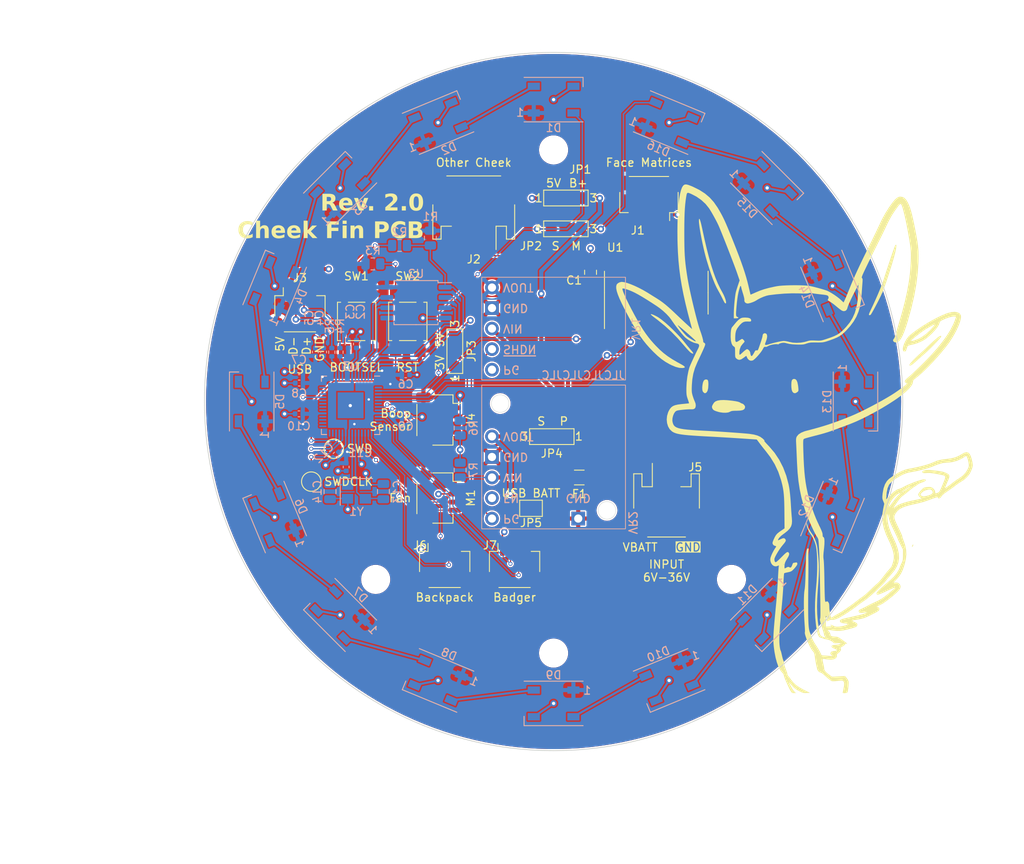
<source format=kicad_pcb>
(kicad_pcb (version 20221018) (generator pcbnew)
  (layers (0 "F.Cu" signal) (1 "In1.Cu" signal) (2 "In2.Cu" signal) (31 "B.Cu" signal) (34 "B.Paste" user) (35 "F.Paste" user) (36 "B.SilkS" user "B.Silkscreen") (37 "F.SilkS" user "F.Silkscreen") (38 "B.Mask" user) (39 "F.Mask" user) (44 "Edge.Cuts" user))
  (net 0 "")
  (net 1 "GND")
  (net 2 "Face SCK")
  (net 3 "Face CS")
  (net 4 "Face TX")
  (net 5 "Net-(D1-DOUT)")
  (net 6 "Ring DIN")
  (net 7 "Net-(D3-DOUT)")
  (net 8 "Net-(D5-DOUT)")
  (net 9 "Net-(D7-DOUT)")
  (net 10 "Net-(D10-DIN)")
  (net 11 "Net-(D10-DOUT)")
  (net 12 "Net-(D11-DOUT)")
  (net 13 "Net-(D13-DOUT)")
  (net 14 "Net-(D15-DOUT)")
  (net 15 "Ring DOUT")
  (net 16 "Fan Tach")
  (net 17 "Fan PWM")
  (net 18 "SDA1")
  (net 19 "SCL1")
  (net 20 "UART0 RX")
  (net 21 "UART0 TX")
  (net 22 "UART1 TX")
  (net 23 "UART1 RX")
  (net 24 "/BoopVCC")
  (net 25 "/Fin_IO")
  (net 26 "Face TX_3.3")
  (net 27 "Face SCK_3.3")
  (net 28 "Face CS_3.3")
  (net 29 "5V_PG")
  (net 30 "+5V")
  (net 31 "+3.3V")
  (net 32 "+1V1")
  (net 33 "RUN")
  (net 34 "/Microcontroller/SIO3")
  (net 35 "/Microcontroller/SIO_CLK")
  (net 36 "/Microcontroller/SIO0")
  (net 37 "/Microcontroller/SIO2")
  (net 38 "/Microcontroller/SIO1")
  (net 39 "/Microcontroller/SIO_~{CS}")
  (net 40 "XIN")
  (net 41 "XOUT")
  (net 42 "/VBATT")
  (net 43 "Net-(R2-Pad2)")
  (net 44 "+BATT")
  (net 45 "VSENSE")
  (net 46 "D-")
  (net 47 "D+")
  (net 48 "/Microcontroller/SWCLK")
  (net 49 "/Microcontroller/SWD")
  (net 50 "/3V3_IN")
  (net 51 "Net-(D2-DOUT)")
  (net 52 "Net-(D4-DOUT)")
  (net 53 "Net-(D6-DOUT)")
  (net 54 "Net-(D8-DOUT)")
  (net 55 "Net-(D12-DOUT)")
  (net 56 "Net-(D14-DOUT)")
  (net 57 "Net-(J2-Pin_1)")
  (net 58 "Net-(U3-USB_DP)")
  (net 59 "Net-(U3-USB_DM)")
  (footprint "MountingHole:MountingHole_3.2mm_M3" (layer "F.Cu") (at 127.858373 121.823627)
    (fp_text reference "H2" hide)
    (fp_text value "MountingHole")
  )
  (footprint "MountingHole:MountingHole_3.2mm_M3" (layer "F.Cu") (at 171.861627 121.823627)
    (fp_text reference "H3" hide)
    (fp_text value "MountingHole")
  )
  (footprint "Jumper:SolderJumper-3_P2.0mm_Open_TrianglePad1.0x1.5mm_NumberLabels" (layer "F.Cu") (at 149.638 104.14 180)
    (fp_text reference "JP4")
    (fp_text value "SolderJumper_3_Open")
  )
  (footprint "Connector_JST:JST_PH_S2B-PH-SM4-TB_1x02-1MP_P2.00mm_Horizontal" (layer "F.Cu") (at 163.83 112.07)
    (fp_text reference "J5")
    (fp_text value "S2B-PH-SM4-TB")
  )
  (footprint "MountingHole:MountingHole_3.2mm_M3" (layer "F.Cu") (at 149.86 130.937)
    (fp_text reference "H4" hide)
    (fp_text value "MountingHole")
  )
  (footprint "Button_Switch_SMD:SW_SPST_TL3305A" (layer "F.Cu") (at 131.826 89.916 90)
    (fp_text reference "SW2")
    (fp_text value "TL3305AF160QG")
  )
  (footprint "LOGO" (layer "F.Cu") (at 176.276 104.14)
    (fp_text reference "G***" hide)
    (fp_text value "LOGO" hide)
  )
  (footprint "Package_SO:SO-20_5.3x12.6mm_P1.27mm" (layer "F.Cu") (at 162.56 86.36 90)
    (fp_text reference "U1")
    (fp_text value "SN74LS541NSR")
  )
  (footprint "MountingHole:MountingHole_3.2mm_M3" (layer "F.Cu") (at 149.86 68.707)
    (fp_text reference "H1" hide)
    (fp_text value "MountingHole")
  )
  (footprint "Jumper:SolderJumper-3_P2.0mm_Open_TrianglePad1.0x1.5mm_NumberLabels" (layer "F.Cu") (at 151.384 78.486)
    (fp_text reference "JP2")
    (fp_text value "SolderJumper_3_Open")
  )
  (footprint "TestPoint:TestPoint_Pad_D2.0mm" (layer "F.Cu") (at 119.888 109.728 90)
    (fp_text reference "TP2" hide)
    (fp_text value "TestPoint")
  )
  (footprint "Jumper:SolderJumper-3_P2.0mm_Open_TrianglePad1.0x1.5mm_NumberLabels" (layer "F.Cu") (at 151.384 74.676)
    (fp_text reference "JP1")
    (fp_text value "SolderJumper_3_Open")
  )
  (footprint "Connector_JST:JST_PH_S3B-PH-SM4-TB_1x03-1MP_P2.00mm_Horizontal" (layer "F.Cu") (at 139.986 76.433 180)
    (fp_text reference "J2")
    (fp_text value "Other Fin")
  )
  (footprint "TestPoint:TestPoint_Pad_D2.0mm" (layer "F.Cu") (at 122.682 105.664 90)
    (fp_text reference "TP1" hide)
    (fp_text value "TestPoint")
  )
  (footprint "ProtoPico_Footprints:JST_SH_SM04B-SRSS-TB_1x04-1MP_P1.00mm_Horizontal" (layer "F.Cu") (at 145.034 120.142)
    (fp_text reference "J7")
    (fp_text value "Badger")
  )
  (footprint "ProtoPico_Footprints:JST_SH_SM05B-SRSS-TB_1x05-1MP_P1.00mm_Horizontal" (layer "F.Cu") (at 161.655 74.676 180)
    (fp_text reference "J1")
    (fp_text value "Face Matrices")
  )
  (footprint "Jumper:SolderJumper-3_P2.0mm_Open_TrianglePad1.0x1.5mm_NumberLabels" (layer "F.Cu") (at 137.668 93.599 90)
    (fp_text reference "JP3")
    (fp_text value "SolderJumper_3_Open")
  )
  (footprint "ProtoPico_Footprints:JST_SH_SM04B-SRSS-TB_1x04-1MP_P1.00mm_Horizontal" (layer "F.Cu") (at 118.491 88.519)
    (fp_text reference "J3")
    (fp_text value "SM04B-SRSS-TB")
  )
  (footprint "ProtoPico_Footprints:JST_SH_SM04B-SRSS-TB_1x04-1MP_P1.00mm_Horizontal" (layer "F.Cu") (at 136.392 120.142)
    (fp_text reference "J6")
    (fp_text value "Backpack")
  )
  (footprint "Capacitor_SMD:C_0805_2012Metric_Pad1.18x1.45mm_HandSolder" (layer "F.Cu") (at 154.432 83.8415 -90)
    (fp_text reference "C1")
    (fp_text value "100n")
  )
  (footprint "Fuse:Fuse_1206_3216Metric" (layer "F.Cu") (at 153.038 109.22 180)
    (fp_text reference "F1")
    (fp_text value "1A")
  )
  (footprint "Button_Switch_SMD:SW_SPST_TL3305A" (layer "F.Cu") (at 125.5 89.916 90)
    (fp_text reference "SW1")
    (fp_text value "TL3305AF160QG")
  )
  (footprint "ProtoPico_Footprints:JST_SH_SM04B-SRSS-TB_1x04-1MP_P1.00mm_Horizontal" (layer "F.Cu") (at 135.636 111.76 -90)
    (fp_text reference "M1")
    (fp_text value "Fan")
  )
  (footprint "ProtoPico_Footprints:JST_SH_SM04B-SRSS-TB_1x04-1MP_P1.00mm_Horizontal" (layer "F.Cu") (at 135.636 102.108 -90)
    (fp_text reference "J4")
    (fp_text value "BoopSensor")
  )
  (footprint "Jumper:SolderJumper-2_P1.3mm_Open_TrianglePad1.0x1.5mm" (layer "F.Cu") (at 147.066 113.03 180)
    (fp_text reference "JP5")
    (fp_text value "5V Jumper")
  )
  (footprint "LED_SMD:LED_WS2812B_PLCC4_5.0x5.0mm_P3.2mm" (layer "B.Cu") (at 164.148634 65.326186 -22.5)
    (fp_text reference "D16")
    (fp_text value "SKC6812RGBW-NW-B")
  )
  (footprint "LED_SMD:LED_WS2812B_PLCC4_5.0x5.0mm_P3.2mm" (layer "B.Cu") (at 184.355814 85.533366 -67.5)
    (fp_text reference "D14")
    (fp_text value "SKC6812RGBW-NW-B")
  )
  (footprint "LED_SMD:LED_WS2812B_PLCC4_5.0x5.0mm_P3.2mm" (layer "B.Cu") (at 123.458047 73.420047 45)
    (fp_text reference "D3")
    (fp_text value "SKC6812RGBW-NW-B")
  )
  (footprint "LED_SMD:LED_WS2812B_PLCC4_5.0x5.0mm_P3.2mm" (layer "B.Cu") (at 135.571366 65.326186 22.5)
    (fp_text reference "D2")
    (fp_text value "SKC6812RGBW-NW-B")
  )
  (footprint "LED_SMD:LED_WS2812B_PLCC4_5.0x5.0mm_P3.2mm" (layer "B.Cu") (at 176.261953 126.223953 -135)
    (fp_text reference "D11")
    (fp_text value "SKC6812RGBW-NW-B")
  )
  (footprint "Resistor_SMD:R_0805_2012Metric" (layer "B.Cu") (at 138.303 108.3075 90)
    (fp_text reference "R7")
    (fp_text value "56k")
  )
  (footprint "ProtoPico_Footprints:D24V22FX" (layer "B.Cu") (at 140.97 115.57 90)
    (fp_text reference "VR2")
    (fp_text value "Pololu D24V22F5")
    (fp_circle (center 2.286 15.494) (end 3.3782 15.494) (stroke (width 0.05)) (fill none) (layer "Edge.Cuts"))
    (fp_circle (center 15.494 2.286) (end 16.5862 2.286) (stroke (width 0.05)) (fill none) (layer "Edge.Cuts"))
  )
  (footprint "LED_SMD:LED_WS2812B_PLCC4_5.0x5.0mm_P3.2mm" (layer "B.Cu") (at 112.522 99.822 90)
    (fp_text reference "D5")
    (fp_text value "SKC6812RGBW-NW-B")
  )
  (footprint "Capacitor_SMD:C_0805_2012Metric" (layer "B.Cu") (at 122.212 110.96 90)
    (fp_text reference "C14")
    (fp_text value "15pF")
  )
  (footprint "Crystal:Crystal_SMD_3225-4Pin_3.2x2.5mm" (layer "B.Cu") (at 125.476 110.998)
    (fp_text reference "Y1")
    (fp_text value "12MHz 3225 SMD")
  )
  (footprint "ProtoPico_Footprints:D24V10Fx" (layer "B.Cu") (at 140.97 97.155 90)
    (fp_text reference "VR1")
    (fp_text value "Pololu D24V10F3")
  )
  (footprint "LED_SMD:LED_WS2812B_PLCC4_5.0x5.0mm_P3.2mm" (layer "B.Cu") (at 149.86 62.484)
    (fp_text reference "D1")
    (fp_text value "SKC6812RGBW-NW-B")
  )
  (footprint "Package_DFN_QFN:QFN-56-1EP_7x7mm_P0.4mm_EP3.2x3.2mm" (layer "B.Cu") (at 124.752 100.292 180)
    (fp_text reference "U3")
    (fp_text value "RP2040")
  )
  (footprint "LED_SMD:LED_WS2812B_PLCC4_5.0x5.0mm_P3.2mm" (layer "B.Cu") (at 187.198 99.822 -90)
    (fp_text reference "D13")
    (fp_text value "SKC6812RGBW-NW-B")
  )
  (footprint "Capacitor_SMD:C_0402_1005Metric" (layer "B.Cu") (at 124.46 92.71 90)
    (fp_text reference "C3")
    (fp_text value "1uF")
  )
  (footprint "Capacitor_SMD:C_0402_1005Metric" (layer "B.Cu") (at 121.412 93.698 90)
    (fp_text reference "C4")
    (fp_text value "100n")
  )
  (footprint "Capacitor_SMD:C_0402_1005Metric" (layer "B.Cu") (at 124.206 107.922 -90)
    (fp_text reference "C11")
    (fp_text value "100n")
  )
  (footprint "LED_SMD:LED_WS2812B_PLCC4_5.0x5.0mm_P3.2mm" (layer "B.Cu") (at 149.86 137.16 180)
    (fp_text reference "D9")
    (fp_text value "SKC6812RGBW-NW-B")
  )
  (footprint "Resistor_SMD:R_0402_1005Metric" (layer "B.Cu") (at 122.428 93.726 -90)
    (fp_text reference "R5")
    (fp_text value "27Ω")
  )
  (footprint "LED_SMD:LED_WS2812B_PLCC4_5.0x5.0mm_P3.2mm" (layer "B.Cu") (at 184.355814 114.110634 -112.5)
    (fp_text reference "D12")
    (fp_text value "SKC6812RGBW-NW-B")
  )
  (footprint "Capacitor_SMD:C_0805_2012Metric" (layer "B.Cu") (at 128.816 110.96 -90)
    (fp_text reference "C13")
    (fp_text value "15pF")
  )
  (footprint "Resistor_SMD:R_0805_2012Metric" (layer "B.Cu") (at 130.81 80.518 180)
    (fp_text reference "R2")
    (fp_text value "1k")
  )
  (footprint "Capacitor_SMD:C_0402_1005Metric" (layer "B.Cu") (at 120.396 93.698 90)
    (fp_text reference "C5")
    (fp_text value "100n")
  )
  (footprint "LED_SMD:LED_WS2812B_PLCC4_5.0x5.0mm_P3.2mm" (layer "B.Cu") (at 164.148634 134.317814 -157.5)
    (fp_text reference "D10")
    (fp_text value "SKC6812RGBW-NW-B")
  )
  (footprint "LED_SMD:LED_WS2812B_PLCC4_5.0x5.0mm_P3.2mm" (layer "B.Cu") (at 115.364186 85.533366 67.5)
    (fp_text reference "D4")
    (fp_text value "SKC6812RGBW-NW-B")
  )
  (footprint "Capacitor_SMD:C_0402_1005Metric" (layer "B.Cu") (at 125.476 92.71 90)
    (fp_text reference "C2")
    (fp_text value "1uF")
  )
  (footprint "Resistor_SMD:R_0805_2012Metric" (layer "B.Cu") (at 127.508 82.804 180)
    (fp_text reference "R3")
    (fp_text value "10k")
  )
  (footprint "LED_SMD:LED_WS2812B_PLCC4_5.0x5.0mm_P3.2mm" (layer "B.Cu") (at 115.364186 114.110634 112.5)
    (fp_text reference "D6")
    (fp_text value "SKC6812RGBW-NW-B")
  )
  (footprint "LED_SMD:LED_WS2812B_PLCC4_5.0x5.0mm_P3.2mm" (layer "B.Cu") (at 135.571366 134.317814 157.5)
    (fp_text reference "D8")
    (fp_text value "SKC6812RGBW-NW-B")
  )
  (footprint "Resistor_SMD:R_0805_2012Metric" (layer "B.Cu") (at 134.62 79.6055 -90)
    (fp_text reference "R1")
    (fp_text value "10k")
  )
  (footprint "Capacitor_SMD:C_0402_1005Metric" (layer "B.Cu") (at 131.572 101.727)
    (fp_text reference "C9")
    (fp_text value "100n")
  )
  (footprint "LED_SMD:LED_WS2812B_PLCC4_5.0x5.0mm_P3.2mm" (layer "B.Cu") (at 176.261953 73.420047 -45)
    (fp_text reference "D15")
    (fp_text value "SKC6812RGBW-NW-B")
  )
  (footprint "Capacitor_SMD:C_0402_1005Metric" (layer "B.Cu") (at 118.392 96.139 180)
    (fp_text reference "C7")
    (fp_text value "100n")
  )
  (footprint "Package_SO:SOIC-8_5.23x5.23mm_P1.27mm" (layer "B.Cu") (at 132.842 87.592 180)
    (fp_text reference "U2")
    (fp_text value "W25Q64JVSSIQ")
  )
  (footprint "Capacitor_SMD:C_0402_1005Metric" (layer "B.Cu") (at 131.572 96.52)
    (fp_text reference "C6")
    (fp_text value "100n")
  )
  (footprint "LED_SMD:LED_WS2812B_PLCC4_5.0x5.0mm_P3.2mm" (layer "B.Cu") (at 123.458047 126.223953 135)
    (fp_text reference "D7")
    (fp_text value "SKC6812RGBW-NW-B")
  )
  (footprint "Resistor_SMD:R_0805_2012Metric" (layer "B.Cu") (at 138.303 103.1005 90)
    (fp_text reference "R6")
    (fp_text value "10k")
  )
  (footprint "Capacitor_SMD:C_0402_1005Metric" (layer "B.Cu") (at 118.392 97.536 180)
    (fp_text reference "C8")
    (fp_text value "100n")
  )
  (footprint "Capacitor_SMD:C_0402_1005Metric" (layer "B.Cu") (at 118.364 101.346 180)
    (fp_text reference "C10")
    (fp_text value "100n")
  )
  (footprint "Capacitor_SMD:C_0402_1005Metric" (layer "B.Cu") (at 122.936 106.426 -135)
    (fp_text reference "C12")
    (fp_text value "100n")
  )
  (footprint "Resistor_SMD:R_0402_1005Metric" (layer "B.Cu") (at 123.444 93.726 -90)
    (fp_text reference "R4")
    (fp_text value "27Ω")
  )
  (gr_circle (center 149.86 99.822) (end 193.04 99.822) (stroke (width 0.1016)) (fill none) (layer "Edge.Cuts"))
  (gr_text "JLCJLCJLCJLC" (at 158.75 97.155) (layer "B.SilkS") (effects (font (size 1 1)) (justify left bottom mirror)))
  (gr_text "S\n" (at 148.336 102.87) (layer "F.SilkS") (effects (font (size 1.016 1.016) (thickness 0.1524)) (justify bottom)))
  (gr_text "Other Cheek" (at 139.986 70.866) (layer "F.SilkS") (effects (font (size 1.016 1.016) (thickness 0.1524)) (justify bottom)))
  (gr_text "5V" (at 149.86 73.406) (layer "F.SilkS") (effects (font (size 1.016 1.016) (thickness 0.1524)) (justify bottom)))
  (gr_text "SWDCLK" (at 121.412 109.728) (layer "F.SilkS") (effects (font (size 1.016 1.016) (thickness 0.1524)) (justify left)))
  (gr_text "5V" (at 136.398 92.202 90) (layer "F.SilkS") (effects (font (size 1 1)) (justify bottom)))
  (gr_text "BOOTSEL" (at 125.476 94.996) (layer "F.SilkS") (effects (font (size 1.016 1.016) (thickness 0.1524)) (justify top)))
  (gr_text "P" (at 151.13 102.87) (layer "F.SilkS") (effects (font (size 1.016 1.016) (thickness 0.1524)) (justify bottom)))
  (gr_text "USB" (at 118.491 95.25) (layer "F.SilkS") (effects (font (size 1.016 1.016) (thickness 0.1524)) (justify top)))
  (gr_text "Face Matrices" (at 161.655 70.866) (layer "F.SilkS") (effects (font (size 1.016 1.016) (thickness 0.1524)) (justify bottom)))
  (gr_text "5V\nD-\nD+\nGND" (at 118.491 91.694 90) (layer "F.SilkS") (effects (font (size 1.016 1.016) (thickness 0.1524)) (justify right)))
  (gr_text "B+" (at 152.908 73.406) (layer "F.SilkS") (effects (font (size 1.016 1.016) (thickness 0.1524)) (justify bottom)))
  (gr_text "Backpack" (at 136.392 123.444) (layer "F.SilkS") (effects (font (size 1.016 1.016) (thickness 0.1524)) (justify top)))
  (gr_text "Rev. 2.0\nCheek Fin PCB" (at 133.858 74.168) (layer "F.SilkS") (effects (font (size 2.032 2.032) (thickness 0.3048) bold) (justify right top)))
  (gr_text "M" (at 152.654 80.01) (layer "F.SilkS") (effects (font (size 1.016 1.016) (thickness 0.1524)) (justify top)))
  (gr_text "GND" (at 164.846 117.856) (layer "F.SilkS" knockout) (effects (font (size 1.016 1.016) (thickness 0.1524)) (justify left)))
  (gr_text "USB BATT" (at 147.066 111.76) (layer "F.SilkS") (effects (font (size 1.016 1.016) (thickness 0.1524)) (justify bottom)))
  (gr_text "RST" (at 131.826 94.996) (layer "F.SilkS") (effects (font (size 1.016 1.016) (thickness 0.1524)) (justify top)))
  (gr_text "3V" (at 136.398 94.996 90) (layer "F.SilkS") (effects (font (size 1.016 1.016) (thickness 0.1524)) (justify bottom)))
  (gr_text "Badger" (at 145.034 123.444) (layer "F.SilkS") (effects (font (size 1.016 1.016) (thickness 0.1524)) (justify top)))
  (gr_text "VBATT" (at 162.814 117.856) (layer "F.SilkS") (effects (font (size 1.016 1.016) (thickness 0.1524)) (justify right)))
  (gr_text "Fan" (at 132.334 111.76) (layer "F.SilkS") (effects (font (size 1.016 1.016) (thickness 0.1524)) (justify right)))
  (gr_text "Boop\nSensor" (at 132.334 102.108) (layer "F.SilkS") (effects (font (size 1.016 1.016) (thickness 0.1524)) (justify right)))
  (gr_text "INPUT\n6V-36V" (at 163.83 119.38) (layer "F.SilkS") (effects (font (size 1 1)) (justify top)))
  (gr_text "SWD" (at 124.206 105.664) (layer "F.SilkS") (effects (font (size 1.016 1.016) (thickness 0.1524)) (justify left)))
  (gr_text "S" (at 150.114 80.01) (layer "F.SilkS") (effects (font (size 1.016 1.016) (thickness 0.1524)) (justify top)))
  (via (at 135.571366 134.317814) (size 0.8128) (drill 0.4064) (layers "F.Cu" "B.Cu") (net 1))
  (via (at 123.458047 126.223953) (size 0.8128) (drill 0.4064) (layers "F.Cu" "B.Cu") (net 1))
  (via (at 116.586 101.346) (size 0.8128) (drill 0.4064) (layers "F.Cu" "B.Cu") (net 1))
  (via (at 184.355814 114.110634) (size 0.8128) (drill 0.4064) (layers "F.Cu" "B.Cu") (net 1))
  (via (at 123.458047 73.420047) (size 0.8128) (drill 0.4064) (layers "F.Cu" "B.Cu") (net 1))
  (via (at 176.261953 126.223953) (size 0.8128) (drill 0.4064) (layers "F.Cu" "B.Cu") (net 1))
  (via (at 187.198 99.822) (size 0.8128) (drill 0.4064) (layers "F.Cu" "B.Cu") (net 1))
  (via (at 126.614 108.712) (size 0.8128) (drill 0.4064) (layers "F.Cu" "B.Cu") (net 1))
  (via (at 115.364186 85.533366) (size 0.8128) (drill 0.4064) (layers "F.Cu" "B.Cu") (net 1))
  (via (at 138.303 99.06) (size 0.8128) (drill 0.4064) (layers "F.Cu" "B.Cu") (net 1))
  (via (at 121.666 107.696) (size 0.8128) (drill 0.4064) (layers "F.Cu" "B.Cu") (net 1))
  (via (at 184.355814 85.533366) (size 0.8128) (drill 0.4064) (layers "F.Cu" "B.Cu") (net 1))
  (via (at 164.148634 65.326186) (size 0.8128) (drill 0.4064) (layers "F.Cu" "B.Cu") (net 1))
  (via (at 120.396 91.948) (size 0.6096) (drill 0.4064) (layers "F.Cu" "B.Cu") (net 1))
  (via (at 124.414 113.162) (size 0.8128) (drill 0.4064) (layers "F.Cu" "B.Cu") (net 1))
  (via (at 135.571366 65.326186) (size 0.8128) (drill 0.4064) (layers "F.Cu" "B.Cu") (net 1))
  (via (at 124.968 91.186) (size 0.6096) (drill 0.4064) (layers "F.Cu" "B.Cu") (net 1))
  (via (at 125.984 91.186) (size 0.6096) (drill 0.4064) (layers "F.Cu" "B.Cu") (net 1))
  (via (at 116.586 97.536) (size 0.8128) (drill 0.4064) (layers "F.Cu" "B.Cu") (net 1))
  (via (at 132.969 96.52) (size 0.5) (drill 0.3) (layers "F.Cu" "B.Cu") (net 1))
  (via (at 133.604 101.727) (size 0.8128) (drill 0.4064) (layers "F.Cu" "B.Cu") (net 1))
  (via (at 112.522 99.822) (size 0.8128) (drill 0.4064) (layers "F.Cu" "B.Cu") (net 1))
  (via (at 176.276 73.406) (size 0.8128) (drill 0.4064) (layers "F.Cu" "B.Cu") (net 1))
  (via (at 116.586 96.139) (size 0.8128) (drill 0.4064) (layers "F.Cu" "B.Cu") (net 1))
  (via (at 126.111 107.569) (size 0.8128) (drill 0.4064) (layers "F.Cu" "B.Cu") (net 1))
  (via (at 124.714 100.33) (size 0.8128) (drill 0.4064) (layers "F.Cu" "B.Cu") (net 1))
  (via (at 149.86 62.484) (size 0.8128) (drill 0.4064) (layers "F.Cu" "B.Cu") (net 1))
  (via (at 123.19 108.402) (size 0.8128) (drill 0.4064) (layers "F.Cu" "B.Cu") (net 1))
  (via (at 133.693 89.497) (size 0.8128) (drill 0.4064) (layers "F.Cu" "B.Cu") (net 1))
  (via (at 115.364186 114.110634) (size 0.8128) (drill 0.4064) (layers "F.Cu" "B.Cu") (net 1))
  (via (at 164.148634 134.317814) (size 0.8128) (drill 0.4064) (layers "F.Cu" "B.Cu") (net 1))
  (via (at 149.86 137.16) (size 0.8128) (drill 0.4064) (layers "F.Cu" "B.Cu") (net 1))
  (via (at 121.412 91.948) (size 0.6096) (drill 0.4064) (layers "F.Cu" "B.Cu") (net 1))
  (segment (start 123.19 108.402) (end 124.206 108.402) (width 0.1778) (layer "B.Cu") (net 1))
  (segment (start 117.63 97.536) (end 116.586 97.536) (width 0.1778) (layer "B.Cu") (net 1))
  (segment (start 164.148634 65.326186) (end 167.043567 64.739359) (width 0.254) (layer "B.Cu") (net 1))
  (segment (start 124.46 91.694) (end 124.46 92.23) (width 0.1778) (layer "B.Cu") (net 1))
  (segment (start 124.968 91.186) (end 124.46 91.694) (width 0.1778) (layer "B.Cu") (net 1))
  (segment (start 187.198 99.822) (end 188.848 102.272) (width 0.254) (layer "B.Cu") (net 1))
  (segment (start 133.693 89.497) (end 136.442 89.497) (width 0.1778) (layer "B.Cu") (net 1))
  (segment (start 135.571366 134.317814) (end 132.676433 134.904641) (width 0.254) (layer "B.Cu") (net 1))
  (segment (start 133.604 101.727) (end 132.052 101.727) (width 0.1778) (layer "B.Cu") (net 1))
  (segment (start 125.752 107.21) (end 125.752 103.7295) (width 0.1778) (layer "B.Cu") (net 1))
  (segment (start 117.658 101.346) (end 116.586 101.346) (width 0.1778) (layer "B.Cu") (net 1))
  (segment (start 125.984 91.186) (end 125.476 91.694) (width 0.1778) (layer "B.Cu") (net 1))
  (segment (start 121.412 93.246) (end 121.412 91.948) (width 0.1778) (layer "B.Cu") (net 1))
  (segment (start 115.364186 114.110634) (end 112.90221 112.478557) (width 0.254) (layer "B.Cu") (net 1))
  (segment (start 115.364186 85.533366) (end 114.777359 82.638433) (width 0.254) (layer "B.Cu") (net 1))
  (segment (start 138.303 102.188) (end 138.303 99.06) (width 0.1778) (layer "B.Cu") (net 1))
  (segment (start 112.522 99.822) (end 110.872 97.372) (width 0.254) (layer "B.Cu") (net 1))
  (segment (start 184.355814 114.110634) (end 184.942641 117.005567) (width 0.254) (layer "B.Cu") (net 1))
  (segment (start 117.912 96.139) (end 116.586 96.139) (width 0.1778) (layer "B.Cu") (net 1))
  (segment (start 164.148634 134.317814) (end 162.516557 136.77979) (width 0.254) (layer "B.Cu") (net 1))
  (segment (start 120.396 93.218) (end 120.396 91.948) (width 0.1778) (layer "B.Cu") (net 1))
  (segment (start 135.571366 65.326186) (end 137.203443 62.86421) (width 0.254) (layer "B.Cu") (net 1))
  (segment (start 125.476 91.694) (end 125.476 92.23) (width 0.1778) (layer "B.Cu") (net 1))
  (segment (start 123.458047 73.420047) (end 124.023732 70.520909) (width 0.254) (layer "B.Cu") (net 1))
  (segment (start 126.614 108.712) (end 126.614 110.11) (width 0.1778) (layer "B.Cu") (net 1))
  (segment (start 124.414 113.162) (end 124.414 111.81) (width 0.1778) (layer "B.Cu") (net 1))
  (segment (start 126.111 107.569) (end 125.752 107.21) (width 0.1778) (layer "B.Cu") (net 1))
  (segment (start 132.969 96.52) (end 132.052 96.52) (width 0.1778) (layer "B.Cu") (net 1))
  (segment (start 122.596589 106.765411) (end 121.666 107.696) (width 0.1778) (layer "B.Cu") (net 1))
  (segment (start 176.261953 73.420047) (end 179.161091 73.985732) (width 0.254) (layer "B.Cu") (net 1))
  (segment (start 149.86 137.16) (end 147.41 138.81) (width 0.254) (layer "B.Cu") (net 1))
  (segment (start 122.312 111.81) (end 124.414 111.81) (width 0.1778) (layer "B.Cu") (net 1))
  (segment (start 128.716 110.11) (end 126.614 110.11) (width 0.1778) (layer "B.Cu") (net 1))
  (segment (start 149.86 62.484) (end 152.31 60.834) (width 0.254) (layer "B.Cu") (net 1))
  (segment (start 176.261953 126.223953) (end 175.696268 129.123091) (width 0.254) (layer "B.Cu") (net 1))
  (segment (start 123.458047 126.223953) (end 120.558909 125.658268) (width 0.254) (layer "B.Cu") (net 1))
  (segment (start 184.355814 85.533366) (end 186.81779 87.165443) (width 0.254) (layer "B.Cu") (net 1))
  (segment (start 159.655 79.486) (end 159.385 79.756) (width 0.1778) (layer "F.Cu") (net 2))
  (segment (start 159.655 76.676) (end 159.655 79.486) (width 0.1778) (layer "F.Cu") (net 2))
  (segment (start 159.385 79.756) (end 159.385 82.8975) (width 0.1778) (layer "F.Cu") (net 2))
  (segment (start 160.655 82.8975) (end 160.655 76.676) (width 0.1778) (layer "F.Cu") (net 3))
  (segment (start 161.655 79.486) (end 161.925 79.756) (width 0.1778) (layer "F.Cu") (net 4))
  (segment (start 161.925 79.756) (end 161.925 82.8975) (width 0.1778) (layer "F.Cu") (net 4))
  (segment (start 161.655 76.676) (end 161.655 79.486) (width 0.1778) (layer "F.Cu") (net 4))
  (segment (start 147.41 60.834) (end 138.466299 65.913013) (width 0.254) (layer "B.Cu") (net 5))
  (segment (start 135.636 96.266) (end 135.636 88.9) (width 0.127) (layer "F.Cu") (net 6))
  (segment (start 135.636 88.9) (end 140.462 84.074) (width 0.127) (layer "F.Cu") (net 6))
  (segment (start 149.384 78.486) (end 147.828 78.486) (width 0.1778) (layer "F.Cu") (net 6))
  (via (at 135.636 96.266) (size 0.5) (drill 0.3) (layers "F.Cu" "B.Cu") (net 6))
  (via (at 147.828 78.486) (size 0.8128) (drill 0.4064) (layers "F.Cu" "B.Cu") (net 6))
  (via (at 140.462 84.074) (size 0.5) (drill 0.3) (layers "F.Cu" "B.Cu") (net 6))
  (segment (start 135.636 96.266) (end 135.636 96.647) (width 0.127) (layer "B.Cu") (net 6))
  (segment (start 152.31 64.134) (end 153.416 65.24) (width 0.1778) (layer "B.Cu") (net 6))
  (segment (start 153.416 65.24) (end 153.416 76.581) (width 0.1778) (layer "B.Cu") (net 6))
  (segment (start 146.1135 78.486) (end 147.828 78.486) (width 0.127) (layer "B.Cu") (net 6))
  (segment (start 151.511 78.486) (end 147.828 78.486) (width 0.1778) (layer "B.Cu") (net 6))
  (segment (start 153.416 76.581) (end 151.511 78.486) (width 0.1778) (layer "B.Cu") (net 6))
  (segment (start 135.636 96.647) (end 133.791 98.492) (width 0.127) (layer "B.Cu") (net 6))
  (segment (start 133.791 98.492) (end 128.1895 98.492) (width 0.127) (layer "B.Cu") (net 6))
  (segment (start 140.462 84.1375) (end 146.1135 78.486) (width 0.127) (layer "B.Cu") (net 6))
  (segment (start 120.558909 73.985732) (end 117.826162 83.901288) (width 0.254) (layer "B.Cu") (net 7))
  (segment (start 110.872 102.272) (end 115.951013 111.215701) (width 0.254) (layer "B.Cu") (net 8))
  (segment (start 124.023732 129.123091) (end 133.939288 131.855838) (width 0.254) (layer "B.Cu") (net 9))
  (segment (start 152.31 138.81) (end 161.253701 133.730987) (width 0.254) (layer "B.Cu") (net 10))
  (segment (start 167.043567 134.904641) (end 173.362815 126.789639) (width 0.254) (layer "B.Cu") (net 11))
  (segment (start 179.161091 125.658268) (end 181.893838 115.742712) (width 0.254) (layer "B.Cu") (net 12))
  (segment (start 188.848 97.372) (end 183.768987 88.428299) (width 0.254) (layer "B.Cu") (net 13))
  (segment (start 175.696268 70.520909) (end 165.780712 67.788162) (width 0.254) (layer "B.Cu") (net 14))
  (segment (start 153.384 78.486) (end 155.702 78.486) (width 0.1778) (layer "F.Cu") (net 15))
  (via (at 155.702 78.486) (size 0.8128) (drill 0.4064) (layers "F.Cu" "B.Cu") (net 15))
  (segment (start 158.496 75.692) (end 158.496 64.262) (width 0.1778) (layer "B.Cu") (net 15))
  (segment (start 159.89379 62.86421) (end 162.516557 62.86421) (width 0.1778) (layer "B.Cu") (net 15))
  (segment (start 158.496 64.262) (end 159.89379 62.86421) (width 0.1778) (layer "B.Cu") (net 15))
  (segment (start 155.702 78.486) (end 158.496 75.692) (width 0.1778) (layer "B.Cu") (net 15))
  (segment (start 132.564 113.26) (end 137.636 113.26) (width 0.127) (layer "F.Cu") (net 16))
  (segment (start 130.81 111.506) (end 132.564 113.26) (width 0.127) (layer "F.Cu") (net 16))
  (via (at 130.81 111.506) (size 0.5) (drill 0.3) (layers "F.Cu" "B.Cu") (net 16))
  (segment (start 130.81 111.506) (end 130.81 109.093) (width 0.127) (layer "B.Cu") (net 16))
  (segment (start 130.81 109.093) (end 126.552 104.835) (width 0.127) (layer "B.Cu") (net 16))
  (segment (start 126.552 104.835) (end 126.552 103.7295) (width 0.127) (layer "B.Cu") (net 16))
  (segment (start 133.088 112.26) (end 127.889 107.061) (width 0.127) (layer "F.Cu") (net 17))
  (segment (start 137.636 112.26) (end 133.088 112.26) (width 0.127) (layer "F.Cu") (net 17))
  (via (at 127.889 107.061) (size 0.5) (drill 0.3) (layers "F.Cu" "B.Cu") (net 17))
  (segment (start 126.152 105.324) (end 127.889 107.061) (width 0.127) (layer "B.Cu") (net 17))
  (segment (start 126.152 103.7295) (end 126.152 105.324) (width 0.127) (layer "B.Cu") (net 17))
  (segment (start 129.286 100.203) (end 130.683 100.203) (width 0.127) (layer "F.Cu") (net 18))
  (segment (start 133.096 102.616) (end 137.628 102.616) (width 0.127) (layer "F.Cu") (net 18))
  (segment (start 130.683 100.203) (end 133.096 102.616) (width 0.127) (layer "F.Cu") (net 18))
  (via (at 129.286 100.203) (size 0.5) (drill 0.3) (layers "F.Cu" "B.Cu") (net 18))
  (segment (start 128.997 100.492) (end 128.1895 100.492) (width 0.127) (layer "B.Cu") (net 18))
  (segment (start 129.286 100.203) (end 128.997 100.492) (width 0.127) (layer "B.Cu") (net 18))
  (segment (start 130.556 100.711) (end 133.453 103.608) (width 0.127) (layer "F.Cu") (net 19))
  (segment (start 129.921 100.711) (end 130.556 100.711) (width 0.127) (layer "F.Cu") (net 19))
  (segment (start 133.453 103.608) (end 137.636 103.608) (width 0.127) (layer "F.Cu") (net 19))
  (via (at 129.921 100.711) (size 0.5) (drill 0.3) (layers "F.Cu" "B.Cu") (net 19))
  (segment (start 129.74 100.892) (end 129.921 100.711) (width 0.127) (layer "B.Cu") (net 19))
  (segment (start 128.1895 100.892) (end 129.74 100.892) (width 0.127) (layer "B.Cu") (net 19))
  (segment (start 136.892 120.001) (end 136.892 118.142) (width 0.127) (layer "F.Cu") (net 20))
  (segment (start 136.906 120.015) (end 136.892 120.001) (width 0.127) (layer "F.Cu") (net 20))
  (via (at 136.906 120.015) (size 0.5) (drill 0.3) (layers "F.Cu" "B.Cu") (net 20))
  (segment (start 126.952 104.473) (end 126.952 103.7295) (width 0.127) (layer "B.Cu") (net 20))
  (segment (start 136.906 120.015) (end 133.858 120.015) (width 0.127) (layer "B.Cu") (net 20))
  (segment (start 133.858 120.015) (end 131.445 117.602) (width 0.127) (layer "B.Cu") (net 20))
  (segment (start 131.445 117.602) (end 131.445 108.966) (width 0.127) (layer "B.Cu") (net 20))
  (segment (start 131.445 108.966) (end 126.952 104.473) (width 0.127) (layer "B.Cu") (net 20))
  (segment (start 135.89 116.459) (end 135.89 118.14) (width 0.127) (layer "F.Cu") (net 21))
  (via (at 135.89 116.459) (size 0.5) (drill 0.3) (layers "F.Cu" "B.Cu") (net 21))
  (segment (start 135.89 116.459) (end 135.89 112.903) (width 0.127) (layer "B.Cu") (net 21))
  (segment (start 127.352 104.365) (end 127.352 103.7295) (width 0.127) (layer "B.Cu") (net 21))
  (segment (start 135.89 112.903) (end 127.352 104.365) (width 0.127) (layer "B.Cu") (net 21))
  (segment (start 144.534 119.88) (end 144.526 119.888) (width 0.127) (layer "F.Cu") (net 22))
  (segment (start 144.534 118.142) (end 144.534 119.88) (width 0.127) (layer "F.Cu") (net 22))
  (via (at 144.526 119.888) (size 0.5) (drill 0.3) (layers "F.Cu" "B.Cu") (net 22))
  (segment (start 130.429 103.124) (end 128.997 101.692) (width 0.127) (layer "B.Cu") (net 22))
  (segment (start 137.414 111.633) (end 130.429 104.648) (width 0.127) (layer "B.Cu") (net 22))
  (segment (start 128.997 101.692) (end 128.1895 101.692) (width 0.127) (layer "B.Cu") (net 22))
  (segment (start 137.414 112.776) (end 137.414 111.633) (width 0.127) (layer "B.Cu") (net 22))
  (segment (start 130.429 104.648) (end 130.429 103.124) (width 0.127) (layer "B.Cu") (net 22))
  (segment (start 144.526 119.888) (end 137.414 112.776) (width 0.127) (layer "B.Cu") (net 22))
  (segment (start 145.542 121.285) (end 145.542 118.15) (width 0.127) (layer "F.Cu") (net 23))
  (via (at 145.542 121.285) (size 0.5) (drill 0.3) (layers "F.Cu" "B.Cu") (net 23))
  (segment (start 130.048 104.775) (end 130.048 103.251) (width 0.127) (layer "B.Cu") (net 23))
  (segment (start 128.889 102.092) (end 128.1895 102.092) (width 0.127) (layer "B.Cu") (net 23))
  (segment (start 144.78 121.285) (end 137.033 113.538) (width 0.127) (layer "B.Cu") (net 23))
  (segment (start 137.033 113.538) (end 137.033 111.76) (width 0.127) (layer "B.Cu") (net 23))
  (segment (start 130.048 103.251) (end 128.889 102.092) (width 0.127) (layer "B.Cu") (net 23))
  (segment (start 145.542 121.285) (end 144.78 121.285) (width 0.127) (layer "B.Cu") (net 23))
  (segment (start 137.033 111.76) (end 130.048 104.775) (width 0.127) (layer "B.Cu") (net 23))
  (segment (start 139.192 100.838) (end 139.192 95.123) (width 0.1778) (layer "F.Cu") (net 24))
  (segment (start 138.422 101.608) (end 139.192 100.838) (width 0.1778) (layer "F.Cu") (net 24))
  (segment (start 139.192 95.123) (end 137.668 93.599) (width 0.1778) (layer "F.Cu") (net 24))
  (segment (start 137.636 101.608) (end 138.422 101.608) (width 0.1778) (layer "F.Cu") (net 24))
  (segment (start 149.225 81.788) (end 141.224 81.788) (width 0.1778) (layer "F.Cu") (net 25))
  (segment (start 151.384 78.486) (end 151.384 79.629) (width 0.1778) (layer "F.Cu") (net 25))
  (segment (start 141.224 81.788) (end 139.986 80.55) (width 0.1778) (layer "F.Cu") (net 25))
  (segment (start 151.384 79.629) (end 149.225 81.788) (width 0.1778) (layer "F.Cu") (net 25))
  (segment (start 159.893 94.107) (end 160.655 93.345) (width 0.1778) (layer "F.Cu") (net 26))
  (segment (start 160.655 93.345) (end 160.655 89.8225) (width 0.1778) (layer "F.Cu") (net 26))
  (segment (start 156.464 94.107) (end 159.893 94.107) (width 0.1778) (layer "F.Cu") (net 26))
  (via (at 156.464 94.107) (size 0.8128) (drill 0.4064) (layers "F.Cu" "B.Cu") (net 26))
  (segment (start 153.289 97.282) (end 136.398 97.282) (width 0.127) (layer "B.Cu") (net 26))
  (segment (start 156.464 94.107) (end 153.289 97.282) (width 0.127) (layer "B.Cu") (net 26))
  (segment (start 136.398 97.282) (end 134.388 99.292) (width 0.127) (layer "B.Cu") (net 26))
  (segment (start 134.388 99.292) (end 128.1895 99.292) (width 0.127) (layer "B.Cu") (net 26))
  (segment (start 152.654 92.075) (end 157.353 92.075) (width 0.1778) (layer "F.Cu") (net 27))
  (segment (start 158.115 91.313) (end 158.115 89.8225) (width 0.1778) (layer "F.Cu") (net 27))
  (segment (start 157.353 92.075) (end 158.115 91.313) (width 0.1778) (layer "F.Cu") (net 27))
  (via (at 152.654 92.075) (size 0.8128) (drill 0.4064) (layers "F.Cu" "B.Cu") (net 27))
  (segment (start 152.654 92.075) (end 140.843 92.075) (width 0.127) (layer "B.Cu") (net 27))
  (segment (start 140.843 92.075) (end 134.026 98.892) (width 0.127) (layer "B.Cu") (net 27))
  (segment (start 134.026 98.892) (end 128.1895 98.892) (width 0.127) (layer "B.Cu") (net 27))
  (segment (start 159.385 89.8225) (end 159.385 92.456) (width 0.1778) (layer "F.Cu") (net 28))
  (via (at 159.385 92.456) (size 0.8128) (drill 0.4064) (layers "F.Cu" "B.Cu") (net 28))
  (segment (start 154.051 97.79) (end 136.652 97.79) (width 0.127) (layer "B.Cu") (net 28))
  (segment (start 136.652 97.79) (end 134.75 99.692) (width 0.127) (layer "B.Cu") (net 28))
  (segment (start 134.75 99.692) (end 128.1895 99.692) (width 0.127) (layer "B.Cu") (net 28))
  (segment (start 159.385 92.456) (end 154.051 97.79) (width 0.127) (layer "B.Cu") (net 28))
  (segment (start 139.7 111.76) (end 139.7 95.885) (width 0.1778) (layer "F.Cu") (net 29))
  (segment (start 142.24 114.3) (end 139.7 111.76) (width 0.1778) (layer "F.Cu") (net 29))
  (segment (start 139.7 95.885) (end 142.24 93.345) (width 0.1778) (layer "F.Cu") (net 29))
  (segment (start 139.478 89.789) (end 137.668 91.599) (width 0.1778) (layer "F.Cu") (net 30))
  (segment (start 165.195 76.676) (end 163.655 76.676) (width 0.508) (layer "F.Cu") (net 30))
  (segment (start 147.638 104.14) (end 147.611 104.167) (width 0.508) (layer "F.Cu") (net 30))
  (segment (start 116.991 85.193) (end 118.745 83.439) (width 0.508) (layer "F.Cu") (net 30))
  (segment (start 144.526 111.215) (end 146.341 113.03) (width 0.508) (layer "F.Cu") (net 30))
  (segment (start 143.534 116.181) (end 143.534 118.142) (width 0.1778) (layer "F.Cu") (net 30))
  (segment (start 149.384 74.676) (end 147.193 74.676) (width 0.508) (layer "F.Cu") (net 30))
  (segment (start 135.636 111.252) (end 137.644 111.252) (width 0.1778) (layer "F.Cu") (net 30))
  (segment (start 143.764 115.951) (end 143.534 116.181) (width 0.1778) (layer "F.Cu") (net 30))
  (segment (start 156.7515 82.804) (end 154.432 82.804) (width 0.1778) (layer "F.Cu") (net 30))
  (segment (start 135.62286 111.26514) (end 135.636 111.252) (width 0.1778) (layer "F.Cu") (net 30))
  (segment (start 139.573 89.789) (end 139.478 89.789) (width 0.1778) (layer "F.Cu") (net 30))
  (segment (start 116.991 86.519) (end 116.991 85.193) (width 0.508) (layer "F.Cu") (net 30))
  (segment (start 133.477 118.11) (end 134.86 118.11) (width 0.1778) (layer "F.Cu") (net 30))
  (segment (start 165.227 76.708) (end 165.195 76.676) (width 0.1778) (layer "F.Cu") (net 30))
  (segment (start 147.638 104.14) (end 142.24 104.14) (width 0.508) (layer "F.Cu") (net 30))
  (segment (start 118.745 83.439) (end 122.047 83.439) (width 0.508) (layer "F.Cu") (net 30))
  (segment (start 154.432 80.869) (end 154.432 82.804) (width 0.1778) (layer "F.Cu") (net 30))
  (via (at 135.62286 111.26514) (size 0.8128) (drill 0.4064) (layers "F.Cu" "B.Cu") (net 30))
  (via (at 154.432 80.869) (size 0.8128) (drill 0.4064) (layers "F.Cu" "B.Cu") (net 30))
  (via (at 133.477 118.11) (size 0.8128) (drill 0.4064) (layers "F.Cu" "B.Cu") (net 30))
  (via (at 165.227 76.708) (size 0.8128) (drill 0.4064) (layers "F.Cu" "B.Cu") (net 30))
  (via (at 144.526 111.215) (size 0.8128) (drill 0.4064) (layers "F.Cu" "B.Cu") (net 30))
  (via (at 147.193 74.676) (size 0.8128) (drill 0.4064) (layers "F.Cu" "B.Cu") (net 30))
  (via (at 143.764 115.951) (size 0.8128) (drill 0.4064) (layers "F.Cu" "B.Cu") (net 30))
  (via (at 122.047 83.439) (size 0.8128) (drill 0.4064) (layers "F.Cu" "B.Cu") (net 30))
  (via (at 139.573 89.789) (size 0.8128) (drill 0.4064) (layers "F.Cu" "B.Cu") (net 30))
  (segment (start 144.526 106.426) (end 142.24 104.14) (width 0.508) (layer "B.Cu") (net 30))
  (segment (start 144.526 111.215) (end 144.526 106.426) (width 0.508) (layer "B.Cu") (net 30))
  (segment (start 137.668 96.774) (end 137.668 95.599) (width 0.1778) (layer "F.Cu") (net 31))
  (via (at 124.333 106.045) (size 0.5) (drill 0.3) (layers "F.Cu" "B.Cu") (net 31))
  (via (at 128.651 96.012) (size 0.5) (drill 0.3) (layers "F.Cu" "B.Cu") (net 31))
  (via (at 124.333 95.631) (size 0.5) (drill 0.3) (layers "F.Cu" "B.Cu") (net 31))
  (via (at 137.668 96.774) (size 0.5) (drill 0.3) (layers "F.Cu" "B.Cu") (net 31))
  (via (at 121.285 96.774) (size 0.5) (drill 0.3) (layers "F.Cu" "B.Cu") (net 31))
  (via (at 129.921 101.6) (size 0.5) (drill 0.3) (layers "F.Cu" "B.Cu") (net 31))
  (via (at 127 99.568) (size 0.5) (drill 0.3) (layers "F.Cu" "B.Cu") (net 31))
  (via (at 125.222 102.616) (size 0.5) (drill 0.3) (layers "F.Cu" "B.Cu") (net 31))
  (via (at 118.872 102.616) (size 0.5) (drill 0.3) (layers "F.Cu" "B.Cu") (net 31))
  (via (at 129.667 97.663) (size 0.5) (drill 0.3) (layers "F.Cu" "B.Cu") (net 31))
  (segment (start 125.476 94.488) (end 124.952 95.012) (width 0.2) (layer "B.Cu") (net 32))
  (segment (start 124.152 105.21) (end 124.152 103.7295) (width 0.1778) (layer "B.Cu") (net 32))
  (segment (start 124.952 95.012) (end 124.952 96.8545) (width 0.2) (layer "B.Cu") (net 32))
  (segment (start 123.275411 106.086589) (end 124.152 105.21) (width 0.1778) (layer "B.Cu") (net 32))
  (segment (start 121.412 94.206) (end 121.412 94.488) (width 0.1778) (layer "B.Cu") (net 32))
  (segment (start 125.476 93.19) (end 125.476 94.488) (width 0.2) (layer "B.Cu") (net 32))
  (segment (start 122.952 96.028) (end 122.952 96.8545) (width 0.1778) (layer "B.Cu") (net 32))
  (segment (start 121.412 94.488) (end 122.952 96.028) (width 0.1778) (layer "B.Cu") (net 32))
  (segment (start 128.524 97.282) (end 130.326 95.48) (width 0.1778) (layer "F.Cu") (net 33))
  (segment (start 130.326 93.516) (end 130.326 86.316) (width 0.1778) (layer "F.Cu") (net 33))
  (segment (start 122.682 97.282) (end 128.524 97.282) (width 0.1778) (layer "F.Cu") (net 33))
  (segment (start 130.326 95.48) (end 130.326 93.516) (width 0.1778) (layer "F.Cu") (net 33))
  (segment (start 130.326 86.316) (end 130.326 82.828) (width 0.1778) (layer "F.Cu") (net 33))
  (segment (start 119.888 104.648) (end 119.888 100.076) (width 0.1778) (layer "F.Cu") (net 33))
  (segment (start 119.888 100.076) (end 122.682 97.282) (width 0.1778) (layer "F.Cu") (net 33))
  (segment (start 130.326 82.828) (end 130.302 82.804) (width 0.1778) (layer "F.Cu") (net 33))
  (via (at 130.302 82.804) (size 0.5) (drill 0.3) (layers "F.Cu" "B.Cu") (net 33))
  (via (at 119.888 104.648) (size 0.5) (drill 0.3) (layers "F.Cu" "B.Cu") (net 33))
  (segment (start 130.302 82.804) (end 128.4205 82.804) (width 0.1778) (layer "B.Cu") (net 33))
  (segment (start 122.682 104.648) (end 122.952 104.378) (width 0.1778) (layer "B.Cu") (net 33))
  (segment (start 119.888 104.648) (end 122.682 104.648) (width 0.1778) (layer "B.Cu") (net 33))
  (segment (start 122.952 104.378) (end 122.952 103.7295) (width 0.1778) (layer "B.Cu") (net 33))
  (segment (start 127.508 93.588068) (end 125.352 95.744068) (width 0.1778) (layer "B.Cu") (net 34))
  (segment (start 129.242 86.957) (end 128.435 86.957) (width 0.1778) (layer "B.Cu") (net 34))
  (segment (start 127.508 87.884) (end 127.508 93.588068) (width 0.1778) (layer "B.Cu") (net 34))
  (segment (start 128.435 86.957) (end 127.508 87.884) (width 0.1778) (layer "B.Cu") (net 34))
  (segment (start 125.352 95.744068) (end 125.352 96.8545) (width 0.1778) (layer "B.Cu") (net 34))
  (segment (start 128.181 88.227) (end 128.016 88.392) (width 0.1778) (layer "B.Cu") (net 35))
  (segment (start 128.016 93.582962) (end 125.752 95.846962) (width 0.1778) (layer "B.Cu") (net 35))
  (segment (start 128.016 88.392) (end 128.016 93.582962) (width 0.1778) (layer "B.Cu") (net 35))
  (segment (start 129.242 88.227) (end 128.181 88.227) (width 0.1778) (layer "B.Cu") (net 35))
  (segment (start 125.752 95.846962) (end 125.752 96.8545) (width 0.1778) (layer "B.Cu") (net 35))
  (segment (start 126.152 95.949856) (end 129.242 92.859856) (width 0.1778) (layer "B.Cu") (net 36))
  (segment (start 126.152 96.8545) (end 126.152 95.949856) (width 0.1778) (layer "B.Cu") (net 36))
  (segment (start 129.242 92.859856) (end 129.242 89.497) (width 0.1778) (layer "B.Cu") (net 36))
  (segment (start 137.668 90.17) (end 137.668 88.392) (width 0.1778) (layer "B.Cu") (net 37))
  (segment (start 132.6006 94.2214) (end 136.398 90.424) (width 0.1778) (layer "B.Cu") (net 37))
  (segment (start 126.552 96.05275) (end 128.38335 94.2214) (width 0.1778) (layer "B.Cu") (net 37))
  (segment (start 128.38335 94.2214) (end 132.6006 94.2214) (width 0.1778) (layer "B.Cu") (net 37))
  (segment (start 137.503 88.227) (end 136.442 88.227) (width 0.1778) (layer "B.Cu") (net 37))
  (segment (start 136.398 90.424) (end 137.414 90.424) (width 0.1778) (layer "B.Cu") (net 37))
  (segment (start 137.668 88.392) (end 137.503 88.227) (width 0.1778) (layer "B.Cu") (net 37))
  (segment (start 137.414 90.424) (end 137.668 90.17) (width 0.1778) (layer "B.Cu") (net 37))
  (segment (start 126.552 96.8545) (end 126.552 96.05275) (width 0.1778) (layer "B.Cu") (net 37))
  (segment (start 136.442 86.957) (end 137.414 86.957) (width 0.1778) (layer "B.Cu") (net 38))
  (segment (start 128.440106 94.704) (end 126.952 96.192106) (width 0.1778) (layer "B.Cu") (net 38))
  (segment (start 138.176 90.424) (end 137.668 90.932) (width 0.1778) (layer "B.Cu") (net 38))
  (segment (start 136.652 90.932) (end 132.88 94.704) (width 0.1778) (layer "B.Cu") (net 38))
  (segment (start 137.414 86.957) (end 138.176 87.719) (width 0.1778) (layer "B.Cu") (net 38))
  (segment (start 126.952 96.192106) (end 126.952 96.8545) (width 0.1778) (layer "B.Cu") (net 38))
  (segment (start 137.668 90.932) (end 136.652 90.932) (width 0.1778) (layer "B.Cu") (net 38))
  (segment (start 132.88 94.704) (end 128.440106 94.704) (width 0.1778) (layer "B.Cu") (net 38))
  (segment (start 138.176 87.719) (end 138.176 90.424) (width 0.1778) (layer "B.Cu") (net 38))
  (segment (start 128.435 95.212) (end 133.134 95.212) (width 0.1778) (layer "B.Cu") (net 39))
  (segment (start 127.352 96.8545) (end 127.352 96.295) (width 0.1778) (layer "B.Cu") (net 39))
  (segment (start 138.684 90.678) (end 138.684 86.957) (width 0.1778) (layer "B.Cu") (net 39))
  (segment (start 138.684 86.957) (end 137.414 85.687) (width 0.1778) (layer "B.Cu") (net 39))
  (segment (start 127.352 96.295) (end 128.435 95.212) (width 0.1778) (layer "B.Cu") (net 39))
  (segment (start 136.906 91.44) (end 137.922 91.44) (width 0.1778) (layer "B.Cu") (net 39))
  (segment (start 137.922 91.44) (end 138.684 90.678) (width 0.1778) (layer "B.Cu") (net 39))
  (segment (start 133.134 95.212) (end 136.906 91.44) (width 0.1778) (layer "B.Cu") (net 39))
  (segment (start 134.62 80.518) (end 131.7225 80.518) (width 0.1778) (layer "B.Cu") (net 39))
  (segment (start 134.62 82.296) (end 134.62 80.518) (width 0.1778) (layer "B.Cu") (net 39))
  (segment (start 136.442 84.118) (end 134.62 82.296) (width 0.1778) (layer "B.Cu") (net 39))
  (segment (start 137.414 85.687) (end 136.442 85.687) (width 0.1778) (layer "B.Cu") (net 39))
  (segment (start 136.442 85.687) (end 136.442 84.118) (width 0.1778) (layer "B.Cu") (net 39))
  (segment (start 126.614 111.81) (end 128.716 111.81) (width 0.1778) (layer "B.Cu") (net 40))
  (segment (start 125.514 109.182) (end 125.514 111.036) (width 0.1778) (layer "B.Cu") (net 40))
  (segment (start 125.514 111.036) (end 126.288 111.81) (width 0.1778) (layer "B.Cu") (net 40))
  (segment (start 125.352 103.7295) (end 125.352 109.02) (width 0.1778) (layer "B.Cu") (net 40))
  (segment (start 125.352 109.02) (end 125.514 109.182) (width 0.1778) (layer "B.Cu") (net 40))
  (segment (start 122.312 110.11) (end 124.414 110.11) (width 0.1778) (layer "B.Cu") (net 41))
  (segment (start 124.952 109.572) (end 124.414 110.11) (width 0.1778) (layer "B.Cu") (net 41))
  (segment (start 124.952 103.7295) (end 124.952 109.572) (width 0.1778) (layer "B.Cu") (net 41))
  (segment (start 162.83 109.22) (end 154.438 109.22) (width 0.508) (layer "F.Cu") (net 42))
  (segment (start 124 93.516) (end 124 86.316) (width 0.1778) (layer "F.Cu") (net 43))
  (segment (start 124 84.28) (end 127.762 80.518) (width 0.1778) (layer "F.Cu") (net 43))
  (segment (start 124 86.316) (end 124 84.28) (width 0.1778) (layer "F.Cu") (net 43))
  (via (at 127.762 80.518) (size 0.5) (drill 0.3) (layers "F.Cu" "B.Cu") (net 43))
  (segment (start 127.762 80.518) (end 129.8975 80.518) (width 0.1778) (layer "B.Cu") (net 43))
  (segment (start 151.638 111.252) (end 149.86 113.03) (width 0.508) (layer "F.Cu") (net 44))
  (segment (start 151.638 104.14) (end 151.638 96.774) (width 0.508) (layer "F.Cu") (net 44))
  (segment (start 155.575 74.676) (end 153.384 74.676) (width 0.508) (layer "F.Cu") (net 44))
  (segment (start 151.638 109.22) (end 142.24 109.22) (width 0.508) (layer "F.Cu") (net 44))
  (segment (start 151.638 109.22) (end 151.638 104.14) (width 0.508) (layer "F.Cu") (net 44))
  (segment (start 148.336 93.472) (end 148.336 86.487) (width 0.508) (layer "F.Cu") (net 44))
  (segment (start 148.336 93.472) (end 151.638 96.774) (width 0.508) (layer "F.Cu") (net 44))
  (segment (start 151.638 109.22) (end 151.638 111.252) (width 0.508) (layer "F.Cu") (net 44))
  (segment (start 149.86 113.03) (end 147.791 113.03) (width 0.508) (layer "F.Cu") (net 44))
  (via (at 148.336 86.487) (size 0.8128) (drill 0.4064) (layers "F.Cu" "B.Cu") (net 44))
  (via (at 155.575 74.676) (size 0.8128) (drill 0.4064) (layers "F.Cu" "B.Cu") (net 44))
  (segment (start 138.303 109.22) (end 142.24 109.22) (width 0.1778) (layer "B.Cu") (net 44))
  (segment (start 155.575 76.454) (end 155.575 74.676) (width 0.508) (layer "B.Cu") (net 44))
  (segment (start 148.336 83.693) (end 155.575 76.454) (width 0.508) (layer "B.Cu") (net 44))
  (segment (start 148.336 86.487) (end 148.336 83.693) (width 0.508) (layer "B.Cu") (net 44))
  (via (at 138.303 105.791) (size 0.8128) (drill 0.4064) (layers "F.Cu" "B.Cu") (net 45))
  (via (at 118.872 99.292) (size 0.5) (drill 0.3) (layers "F.Cu" "B.Cu") (net 45))
  (segment (start 118.872 99.292) (end 121.3145 99.292) (width 0.1778) (layer "B.Cu") (net 45))
  (segment (start 138.303 107.395) (end 138.303 104.013) (width 0.1778) (layer "B.Cu") (net 45))
  (segment (start 138.303 105.791) (end 138.303 104.013) (width 0.1778) (layer "B.Cu") (net 45))
  (segment (start 117.991 89.654) (end 117.991 86.519) (width 0.2) (layer "F.Cu") (net 46))
  (segment (start 117.983 89.662) (end 117.991 89.654) (width 0.2) (layer "F.Cu") (net 46))
  (via (at 117.983 89.662) (size 0.8128) (drill 0.4064) (layers "F.Cu" "B.Cu") (net 46))
  (segment (start 117.983 89.662) (end 121.031 89.662) (width 0.2) (layer "B.Cu") (net 46))
  (segment (start 122.428 91.059) (end 122.428 93.216) (width 0.2) (layer "B.Cu") (net 46))
  (segment (start 121.031 89.662) (end 122.428 91.059) (width 0.2) (layer "B.Cu") (net 46))
  (segment (start 118.991 88.511) (end 118.999 88.519) (width 0.2) (layer "F.Cu") (net 47))
  (segment (start 118.991 86.519) (end 118.991 88.511) (width 0.2) (layer "F.Cu") (net 47))
  (via (at 118.999 88.519) (size 0.8128) (drill 0.4064) (layers "F.Cu" "B.Cu") (net 47))
  (segment (start 123.444 90.805) (end 123.444 93.216) (width 0.2) (layer "B.Cu") (net 47))
  (segment (start 121.158 88.519) (end 123.444 90.805) (width 0.2) (layer "B.Cu") (net 47))
  (segment (start 118.999 88.519) (end 121.158 88.519) (width 0.2) (layer "B.Cu") (net 47))
  (segment (start 119.888 106.68) (end 119.888 109.728) (width 0.1778) (layer "F.Cu") (net 48))
  (via (at 119.888 106.68) (size 0.5) (drill 0.3) (layers "F.Cu" "B.Cu") (net 48))
  (segment (start 119.888 106.68) (end 121.655788 106.68) (width 0.1778) (layer "B.Cu") (net 48))
  (segment (start 123.752 104.583788) (end 123.752 103.7295) (width 0.1778) (layer "B.Cu") (net 48))
  (segment (start 121.655788 106.68) (end 123.752 104.583788) (width 0.1778) (layer "B.Cu") (net 48))
  (segment (start 119.888 105.664) (end 122.682 105.664) (width 0.1778) (layer "F.Cu") (net 49))
  (via (at 119.888 105.664) (size 0.5) (drill 0.3) (layers "F.Cu" "B.Cu") (net 49))
  (segment (start 119.888 105.664) (end 122.168894 105.664) (width 0.1778) (layer "B.Cu") (net 49))
  (segment (start 122.168894 105.664) (end 123.352 104.480894) (width 0.1778) (layer "B.Cu") (net 49))
  (segment (start 123.352 104.480894) (end 123.352 103.7295) (width 0.1778) (layer "B.Cu") (net 49))
  (segment (start 142.24 90.805) (end 149.638 98.203) (width 0.508) (layer "F.Cu") (net 50))
  (segment (start 149.638 98.203) (end 149.638 104.14) (width 0.508) (layer "F.Cu") (net 50))
  (segment (start 132.676433 64.739359) (end 126.357185 72.854361) (width 0.254) (layer "B.Cu") (net 51))
  (segment (start 112.90221 87.165443) (end 114.172 97.371999) (width 0.254) (layer "B.Cu") (net 52))
  (segment (start 114.777359 117.005567) (end 122.892361 123.324815) (width 0.254) (layer "B.Cu") (net 53))
  (segment (start 137.203443 136.77979) (end 147.409999 135.51) (width 0.254) (layer "B.Cu") (net 54))
  (segment (start 186.81779 112.478557) (end 185.548 102.272001) (width 0.254) (layer "B.Cu") (net 55))
  (segment (start 184.942641 82.638433) (end 176.827639 76.319185) (width 0.254) (layer "B.Cu") (net 56))
  (segment (start 144.618 79.283) (end 147.32 76.581) (width 0.508) (layer "F.Cu") (net 57))
  (segment (start 147.32 76.581) (end 150.495 76.581) (width 0.508) (layer "F.Cu") (net 57))
  (segment (start 151.384 75.692) (end 151.384 74.676) (width 0.508) (layer "F.Cu") (net 57))
  (segment (start 150.495 76.581) (end 151.384 75.692) (width 0.508) (layer "F.Cu") (net 57))
  (segment (start 141.986 79.283) (end 144.618 79.283) (width 0.508) (layer "F.Cu") (net 57))
  (segment (start 123.752 95.05) (end 123.752 96.8545) (width 0.1778) (layer "B.Cu") (net 58))
  (segment (start 123.444 94.236) (end 123.444 94.742) (width 0.1778) (layer "B.Cu") (net 58))
  (segment (start 123.444 94.742) (end 123.752 95.05) (width 0.1778) (layer "B.Cu") (net 58))
  (segment (start 123.3187 96.8212) (end 123.3187 95.6327) (width 0.1778) (layer "B.Cu") (net 59))
  (segment (start 123.352 96.8545) (end 123.3187 96.8212) (width 0.1778) (layer "B.Cu") (net 59))
  (segment (start 122.428 94.742) (end 122.428 94.236) (width 0.1778) (layer "B.Cu") (net 59))
  (segment (start 123.3187 95.6327) (end 122.428 94.742) (width 0.1778) (layer "B.Cu") (net 59))
  (zone (net 1) (net_name "GND") (layers "F.Cu" "In2.Cu") (connect_pads (clearance 0.127)) (min_thickness 0.127) (fill yes (thermal_gap 0.508) (thermal_bridge_width 0.508))
    (polygon (pts (xy 196.854971 99.822) (xy 196.836648 98.509823) (xy 196.781695 97.19867) (xy 196.690153 95.889562) (xy 196.562095 94.583521) (xy 196.397619 93.281564) (xy 196.196855 91.984708) (xy 195.959959 90.693962) (xy 195.687116 89.410335) (xy 195.378538 88.134826) (xy 195.034466 86.86843) (xy 194.655168 85.612136) (xy 194.24094 84.366921) (xy 193.792106 83.133759) (xy 193.309014 81.913609) (xy 192.792042 80.707423) (xy 192.241593 79.516143) (xy 191.658097 78.340696) (xy 191.042007 77.182) (xy 190.393805 76.040958) (xy 189.713996 74.91846) (xy 189.00311 73.81538) (xy 188.261701 72.73258) (xy 187.490348 71.670903) (xy 186.689651 70.631178) (xy 185.860236 69.614215) (xy 185.00275 68.620807) (xy 184.11786 67.651729) (xy 183.206256 66.707736) (xy 182.26865 65.789564) (xy 181.305773 64.89793) (xy 180.318376 64.033529) (xy 179.307228 63.197035) (xy 178.273118 62.3891) (xy 177.216852 61.610353) (xy 176.139254 60.861403) (xy 175.041165 60.142834) (xy 173.92344 59.455205) (xy 172.786951 58.799052) (xy 171.632584 58.174888) (xy 170.461239 57.5832) (xy 169.273831 57.024448) (xy 168.071284 56.499068) (xy 166.854536 56.00747) (xy 165.624537 55.550037) (xy 164.382245 55.127127) (xy 163.128629 54.739068) (xy 161.864666 54.386163) (xy 160.591343 54.068688) (xy 159.309651 53.78689) (xy 158.020591 53.540988) (xy 156.725168 53.331175) (xy 155.424391 53.157615) (xy 154.119275 53.020442) (xy 152.810839 52.919763) (xy 151.500101 52.855657) (xy 150.188084 52.828174) (xy 148.875812 52.837336) (xy 147.564306 52.883135) (xy 146.254591 52.965535) (xy 144.947688 53.084472) (xy 143.644615 53.239854) (xy 142.346388 53.43156) (xy 141.054021 53.659439) (xy 139.76852 53.923315) (xy 138.490888 54.22298) (xy 137.222121 54.558203) (xy 135.963209 54.928721) (xy 134.715133 55.334245) (xy 133.478867 55.77446) (xy 132.255374 56.249022) (xy 131.045609 56.75756) (xy 129.850515 57.299679) (xy 128.671023 57.874955) (xy 127.508054 58.482941) (xy 126.362515 59.123161) (xy 125.235298 59.795117) (xy 124.127282 60.498285) (xy 123.039332 61.232117) (xy 121.972297 61.996039) (xy 120.927007 62.789457) (xy 119.904278 63.611753) (xy 118.904908 64.462283) (xy 117.929676 65.340386) (xy 116.979342 66.245377) (xy 116.054647 67.17655) (xy 115.156313 68.133179) (xy 114.285039 69.114518) (xy 113.441506 70.119801) (xy 112.626371 71.148246) (xy 111.84027 72.199049) (xy 111.083815 73.271392) (xy 110.357597 74.364438) (xy 109.662181 75.477336) (xy 108.998111 76.609216) (xy 108.365903 77.759198) (xy 107.766052 78.926383) (xy 107.199024 80.109862) (xy 106.665261 81.308711) (xy 106.165181 82.521997) (xy 105.699173 83.748773) (xy 105.267599 84.988083) (xy 104.870798 86.238959) (xy 104.509078 87.500427) (xy 104.182721 88.771503) (xy 103.891982 90.051196) (xy 103.637087 91.338508) (xy 103.418236 92.632435) (xy 103.235598 93.931968) (xy 103.089317 95.236094) (xy 102.979506 96.543797) (xy 102.906252 97.854055) (xy 102.86961 99.165848) (xy 102.86961 100.478152) (xy 102.906252 101.789945) (xy 102.979506 103.100203) (xy 103.089317 104.407906) (xy 103.235598 105.712032) (xy 103.418236 107.011565) (xy 103.637087 108.305492) (xy 103.891982 109.592804) (xy 104.182721 110.872497) (xy 104.509078 112.143573) (xy 104.870798 113.405041) (xy 105.267599 114.655917) (xy 105.699173 115.895227) (xy 106.165181 117.122003) (xy 106.665261 118.335289) (xy 107.199024 119.534138) (xy 107.766052 120.717617) (xy 108.365903 121.884802) (xy 108.998111 123.034784) (xy 109.662181 124.166664) (xy 110.357597 125.279562) (xy 111.083815 126.372608) (xy 111.84027 127.444951) (xy 112.626371 128.495754) (xy 113.441506 129.524199) (xy 114.285039 130.529482) (xy 115.156313 131.510821) (xy 116.054647 132.46745) (xy 116.979342 133.398623) (xy 117.929676 134.303614) (xy 118.904908 135.181717) (xy 119.904278 136.032247) (xy 120.927007 136.854543) (xy 121.972297 137.647961) (xy 123.039332 138.411883) (xy 124.127282 139.145715) (xy 125.235298 139.848883) (xy 126.362514 140.520839) (xy 127.508054 141.161059) (xy 128.671023 141.769045) (xy 129.850515 142.344321) (xy 131.045609 142.88644) (xy 132.255374 143.394978) (xy 133.478867 143.86954) (xy 134.715133 144.309755) (xy 135.963209 144.715279) (xy 137.222121 145.085797) (xy 138.490888 145.42102) (xy 139.76852 145.720685) (xy 141.054021 145.984561) (xy 142.346388 146.21244) (xy 143.644615 146.404146) (xy 144.947688 146.559528) (xy 146.254591 146.678465) (xy 147.564306 146.760865) (xy 148.875812 146.806664) (xy 150.188084 146.815826) (xy 151.500101 146.788343) (xy 152.810839 146.724237) (xy 154.119275 146.623558) (xy 155.424391 146.486385) (xy 156.725168 146.312825) (xy 158.020591 146.103012) (xy 159.309651 145.85711) (xy 160.591343 145.575312) (xy 161.864666 145.257837) (xy 163.128629 144.904932) (xy 164.382245 144.516873) (xy 165.624537 144.093963) (xy 166.854536 143.63653) (xy 168.071284 143.144932) (xy 169.273831 142.619552) (xy 170.461239 142.0608) (xy 171.632584 141.469112) (xy 172.786951 140.844948) (xy 173.92344 140.188795) (xy 175.041165 139.501166) (xy 176.139254 138.782597) (xy 177.216852 138.033647) (xy 178.273118 137.2549) (xy 179.307228 136.446965) (xy 180.318376 135.610471) (xy 181.305773 134.74607) (xy 182.26865 133.854436) (xy 183.206256 132.936264) (xy 184.11786 131.992271) (xy 185.00275 131.023193) (xy 185.860236 130.029785) (xy 186.689651 129.012822) (xy 187.490348 127.973097) (xy 188.261701 126.91142) (xy 189.00311 125.82862) (xy 189.713996 124.72554) (xy 190.393805 123.603042) (xy 191.042007 122.462) (xy 191.658097 121.303304) (xy 192.241593 120.127857) (xy 192.792042 118.936577) (xy 193.309014 117.730391) (xy 193.792106 116.510241) (xy 194.24094 115.277079) (xy 194.655168 114.031864) (xy 195.034466 112.77557) (xy 195.378538 111.509174) (xy 195.687116 110.233665) (xy 195.959959 108.950038) (xy 196.196855 107.659292) (xy 196.397619 106.362436) (xy 196.562095 105.060479) (xy 196.690153 103.754438) (xy 196.781695 102.44533) (xy 196.836648 101.134177)))
  )
  (zone (net 32) (net_name "+1V1") (layer "B.Cu") (priority 2) (connect_pads yes (clearance 0.127)) (min_thickness 0.127) (fill yes (thermal_gap 0.5) (thermal_bridge_width 0.5))
    (polygon (pts (xy 124.3456 102.07) (xy 124.3456 104.1528) (xy 123.9392 104.1528) (xy 123.9392 103.086) (xy 121.958 103.086) (xy 121.958 97.498) (xy 122.7708 97.498) (xy 122.7708 96.4312) (xy 123.1772 96.4312) (xy 123.1772 97.498) (xy 124.752 97.498) (xy 124.752 96.4312) (xy 125.1584 96.4312) (xy 125.1584 98.514) (xy 122.974 98.514) (xy 122.974 102.07)))
  )
  (zone (net 31) (net_name "+3.3V") (layer "B.Cu") (priority 1) (connect_pads (clearance 0.127)) (min_thickness 0.127) (fill yes (thermal_gap 0.508) (thermal_bridge_width 0.508))
    (polygon (pts (xy 203.822 50.3172) (xy 208.0384 157.048) (xy 87.6932 150.2408) (xy 81.394 50.1648)))
  )
)
</source>
